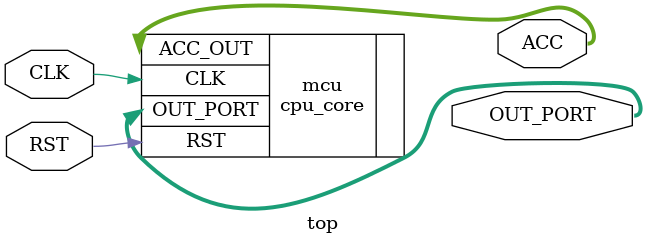
<source format=v>
module top (
    input CLK,
    input RST,
    output [7:0] ACC,
    output [7:0] OUT_PORT
);
    cpu_core mcu (
        .CLK(CLK),
        .RST(RST),
        .ACC_OUT(ACC),
        .OUT_PORT(OUT_PORT)
    );
endmodule

</source>
